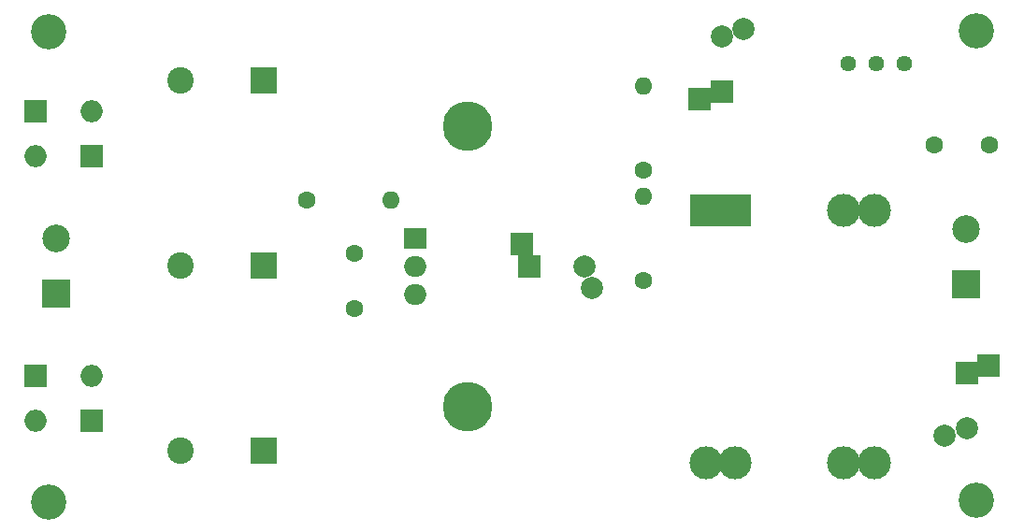
<source format=gbr>
%TF.GenerationSoftware,KiCad,Pcbnew,(6.0.0)*%
%TF.CreationDate,2022-07-31T17:47:01+01:00*%
%TF.ProjectId,M filament Heater,4d206669-6c61-46d6-956e-742048656174,rev?*%
%TF.SameCoordinates,Original*%
%TF.FileFunction,Soldermask,Bot*%
%TF.FilePolarity,Negative*%
%FSLAX46Y46*%
G04 Gerber Fmt 4.6, Leading zero omitted, Abs format (unit mm)*
G04 Created by KiCad (PCBNEW (6.0.0)) date 2022-07-31 17:47:01*
%MOMM*%
%LPD*%
G01*
G04 APERTURE LIST*
%ADD10C,1.600000*%
%ADD11R,2.000000X2.000000*%
%ADD12C,2.000000*%
%ADD13R,2.400000X2.400000*%
%ADD14C,2.400000*%
%ADD15O,2.000000X2.000000*%
%ADD16R,2.500000X2.500000*%
%ADD17C,2.500000*%
%ADD18O,1.600000X1.600000*%
%ADD19C,3.200000*%
%ADD20R,2.000000X1.905000*%
%ADD21O,2.000000X1.905000*%
%ADD22C,4.500000*%
%ADD23C,1.440000*%
%ADD24R,3.000000X3.000000*%
%ADD25C,3.000000*%
G04 APERTURE END LIST*
D10*
%TO.C,C8*%
X186279000Y-91519063D03*
X191279000Y-91519063D03*
%TD*%
D11*
%TO.C,C6*%
X164994427Y-87322144D03*
X166994427Y-86650000D03*
D12*
X166994427Y-81650000D03*
X168994427Y-80977856D03*
%TD*%
D13*
%TO.C,C1*%
X125511755Y-119224659D03*
D14*
X118011755Y-119224659D03*
%TD*%
D11*
%TO.C,D4*%
X104869000Y-88460000D03*
D15*
X109949000Y-88460000D03*
%TD*%
D16*
%TO.C,J2*%
X189104000Y-104119063D03*
D17*
X189104000Y-99119063D03*
%TD*%
D13*
%TO.C,C2*%
X125511755Y-85704186D03*
D14*
X118011755Y-85704186D03*
%TD*%
D11*
%TO.C,D2*%
X109949000Y-92535000D03*
D15*
X104869000Y-92535000D03*
%TD*%
D10*
%TO.C,R3*%
X159949000Y-103780000D03*
D18*
X159949000Y-96160000D03*
%TD*%
D10*
%TO.C,R2*%
X159949000Y-93810000D03*
D18*
X159949000Y-86190000D03*
%TD*%
D19*
%TO.C,REF\u002A\u002A*%
X190049707Y-123707618D03*
%TD*%
D20*
%TO.C,U1*%
X139259000Y-99950000D03*
D21*
X139259000Y-102490000D03*
X139259000Y-105030000D03*
%TD*%
D11*
%TO.C,D3*%
X104869000Y-112445000D03*
D15*
X109949000Y-112445000D03*
%TD*%
D11*
%TO.C,D1*%
X109949000Y-116520000D03*
D15*
X104869000Y-116520000D03*
%TD*%
D22*
%TO.C,HS1*%
X143954000Y-89790000D03*
X143954000Y-115190000D03*
%TD*%
D23*
%TO.C,RV1*%
X178459000Y-84167323D03*
X180999000Y-84167323D03*
X183539000Y-84167323D03*
%TD*%
D19*
%TO.C,REF\u002A\u002A*%
X106049000Y-81264424D03*
%TD*%
D13*
%TO.C,C3*%
X125511755Y-102464422D03*
D14*
X118011755Y-102464422D03*
%TD*%
D24*
%TO.C,FL1*%
X165596548Y-97467500D03*
X168228998Y-97467500D03*
D25*
X178011548Y-97467500D03*
X180836548Y-97467500D03*
X165596548Y-120327500D03*
X168228998Y-120327500D03*
X178011548Y-120327500D03*
X180836548Y-120327500D03*
%TD*%
D11*
%TO.C,C5*%
X149576323Y-102490000D03*
X148904179Y-100490000D03*
D12*
X155248467Y-104490000D03*
X154576323Y-102490000D03*
%TD*%
D19*
%TO.C,REF\u002A\u002A*%
X106049000Y-123817618D03*
%TD*%
D10*
%TO.C,C4*%
X133739000Y-106330000D03*
X133739000Y-101330000D03*
%TD*%
D11*
%TO.C,C7*%
X189179000Y-112144063D03*
X191179000Y-111471919D03*
D12*
X187179000Y-117816207D03*
X189179000Y-117144063D03*
%TD*%
D19*
%TO.C,REF\u002A\u002A*%
X190074707Y-81154424D03*
%TD*%
D16*
%TO.C,~  ~*%
X106759000Y-104990000D03*
D17*
X106759000Y-99990000D03*
%TD*%
D10*
%TO.C,R1*%
X129389000Y-96550000D03*
D18*
X137009000Y-96550000D03*
%TD*%
M02*

</source>
